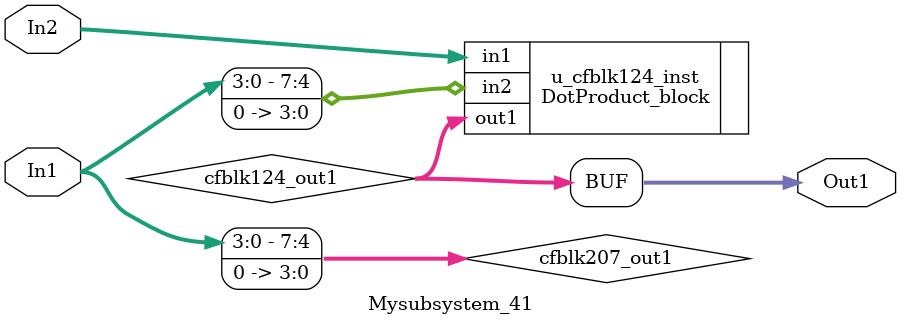
<source format=v>



`timescale 1 ns / 1 ns

module Mysubsystem_41
          (In1,
           In2,
           Out1);


  input   [3:0] In1;  // ufix4_E4
  input   [7:0] In2;  // uint8
  output  [15:0] Out1;  // uint16


  wire [7:0] cfblk207_out1;  // uint8
  wire [15:0] cfblk124_out1;  // uint16


  assign cfblk207_out1 = {In1, 4'b0000};



  DotProduct_block u_cfblk124_inst (.in1(In2),  // uint8
                                    .in2(cfblk207_out1),  // uint8
                                    .out1(cfblk124_out1)  // uint16
                                    );

  assign Out1 = cfblk124_out1;

endmodule  // Mysubsystem_41


</source>
